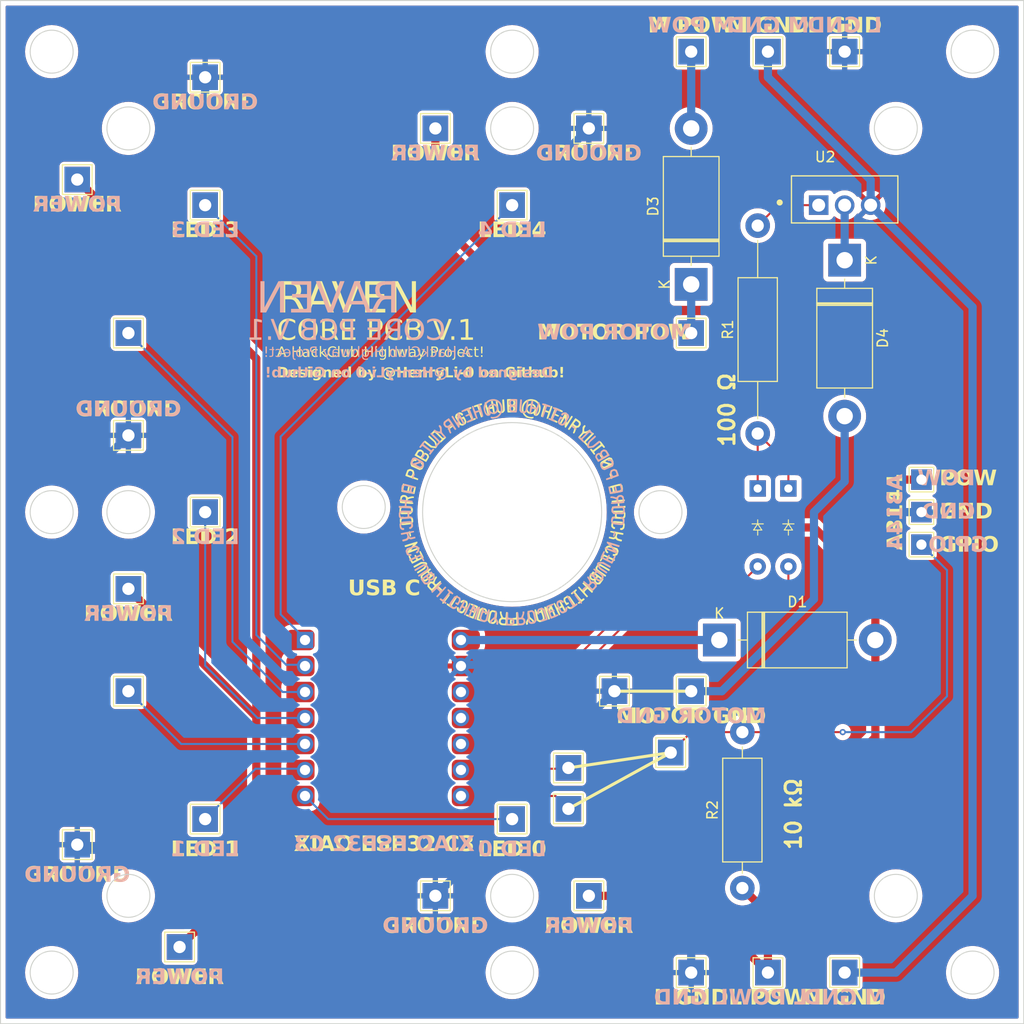
<source format=kicad_pcb>
(kicad_pcb (version 20240108) (generator "pcbnew") (generator_version "8.0")
  (layers (0 "F.Cu" signal) (31 "B.Cu" signal) (34 "B.Paste" user) (35 "F.Paste" user) (36 "B.SilkS" user "B.Silkscreen") (37 "F.SilkS" user "F.Silkscreen") (38 "B.Mask" user) (39 "F.Mask" user) (44 "Edge.Cuts" user))
  (net 0 "")
  (net 1 "Net-(D1-K)")
  (net 2 "A3114E POW")
  (net 3 "MOTOR+")
  (net 4 "MOTOR-")
  (net 5 "Net-(D4-K)")
  (net 6 "Net-(R1-Pad2)")
  (net 7 "Net-(D2-K)")
  (net 8 "A3144E GPIO")
  (net 9 "Net-(D2-A)")
  (net 10 "LED_0")
  (net 12 "LED_4")
  (net 13 "LED_BACKUP_1")
  (net 14 "LED_2")
  (net 15 "LED_3")
  (net 16 "LED_BACKUP_2")
  (net 17 "LED_1")
  (net 18 "M_5V")
  (net 19 "A3144E GND")
  (net 20 "M_GND")
  (net 21 "Net-(D5-A)")
  (footprint "TestPoint:TestPoint_THTPad_2.5x2.5mm_Drill1.2mm" (layer "F.Cu") (at 167.5 117.5)
    (property "Reference" "REF**" (hide yes))
    (property "Value" "TestPoint_THTPad_2.5x2.5mm_Drill1.2mm" (hide yes))
    (pad "0" thru_hole rect (at 0 0) (size 2.5 2.5) (drill 1.2) (layers "*.Cu" "*.Mask") (net 4 "MOTOR-"))
  )
  (footprint "TestPoint:TestPoint_THTPad_2.5x2.5mm_Drill1.2mm" (layer "F.Cu") (at 175 145)
    (property "Reference" "REF**" (hide yes))
    (property "Value" "TestPoint_THTPad_2.5x2.5mm_Drill1.2mm" (hide yes))
    (pad "0" thru_hole rect (at 0 0) (size 2.5 2.5) (drill 1.2) (layers "*.Cu" "*.Mask") (net 2 "A3114E POW"))
  )
  (footprint "TestPoint:TestPoint_THTPad_2.5x2.5mm_Drill1.2mm" (layer "F.Cu") (at 112.5 92.5)
    (property "Reference" "REF**" (hide yes))
    (property "Value" "TestPoint_THTPad_2.5x2.5mm_Drill1.2mm" (hide yes))
    (pad "1" thru_hole rect (at 0 0) (size 2.5 2.5) (drill 1.2) (layers "*.Cu" "*.Mask") (net 19 "A3144E GND"))
  )
  (footprint "TestPoint:TestPoint_THTPad_2.0x2.0mm_Drill1.0mm" (layer "F.Cu") (at 190 100)
    (property "Reference" "REF**" (hide yes))
    (property "Value" "TestPoint_THTPad_2.0x2.0mm_Drill1.0mm" (hide yes))
    (pad "3" thru_hole rect (at 0 0) (size 2 2) (drill 1) (layers "*.Cu" "*.Mask") (net 19 "A3144E GND"))
  )
  (footprint "TestPoint:TestPoint_THTPad_2.5x2.5mm_Drill1.2mm" (layer "F.Cu") (at 155.5 129 180)
    (property "Reference" "REF**" (hide yes))
    (property "Value" "TestPoint_THTPad_2.5x2.5mm_Drill1.2mm" (hide yes))
    (pad "4" thru_hole rect (at 0 0 180) (size 2.5 2.5) (drill 1.2) (layers "*.Cu" "*.Mask") (net 8 "A3144E GPIO"))
  )
  (footprint "TestPoint:TestPoint_THTPad_2.5x2.5mm_Drill1.2mm" (layer "F.Cu") (at 157.5 137.5)
    (property "Reference" "REF**" (hide yes))
    (property "Value" "TestPoint_THTPad_2.5x2.5mm_Drill1.2mm" (hide yes))
    (pad "1" thru_hole rect (at 0 0) (size 2.5 2.5) (drill 1.2) (layers "*.Cu" "*.Mask") (net 2 "A3114E POW"))
  )
  (footprint "TestPoint:TestPoint_THTPad_2.5x2.5mm_Drill1.2mm" (layer "F.Cu") (at 157.5 62.5)
    (property "Reference" "REF**" (hide yes))
    (property "Value" "TestPoint_THTPad_2.5x2.5mm_Drill1.2mm" (hide yes))
    (pad "1" thru_hole rect (at 0 0) (size 2.5 2.5) (drill 1.2) (layers "*.Cu" "*.Mask") (net 19 "A3144E GND"))
  )
  (footprint "TestPoint:TestPoint_THTPad_2.5x2.5mm_Drill1.2mm" (layer "F.Cu") (at 112.5 82.5)
    (property "Reference" "REF**" (hide yes))
    (property "Value" "TestPoint_THTPad_2.5x2.5mm_Drill1.2mm" (hide yes))
    (pad "1" thru_hole rect (at 0 0) (size 2.5 2.5) (drill 1.2) (layers "*.Cu" "*.Mask" "Eco2.User") (net 16 "LED_BACKUP_2"))
  )
  (footprint "TestPoint:TestPoint_THTPad_2.5x2.5mm_Drill1.2mm" (layer "F.Cu") (at 150 130)
    (property "Reference" "REF**" (hide yes))
    (property "Value" "TestPoint_THTPad_2.5x2.5mm_Drill1.2mm" (hide yes))
    (pad "1" thru_hole rect (at 0 0) (size 2.5 2.5) (drill 1.2) (layers "*.Cu" "*.Mask") (net 10 "LED_0"))
  )
  (footprint "TestPoint:TestPoint_THTPad_2.5x2.5mm_Drill1.2mm" (layer "F.Cu") (at 150 70)
    (property "Reference" "REF**" (hide yes))
    (property "Value" "TestPoint_THTPad_2.5x2.5mm_Drill1.2mm" (hide yes))
    (pad "1" thru_hole rect (at 0 0) (size 2.5 2.5) (drill 1.2) (layers "*.Cu" "*.Mask") (net 12 "LED_4"))
  )
  (footprint "LOGO" (layer "F.Cu") (at 150 100 45)
    (property "Reference" "G***" (hide yes))
    (property "Value" "LOGO" (hide yes))
  )
  (footprint "Resistor_THT:R_Axial_DIN0411_L9.9mm_D3.6mm_P15.24mm_Horizontal" (layer "F.Cu") (at 172.5 136.74 90)
    (property "Reference" "R2" (at 7.62 -2.92 90) (layer "F.SilkS"))
    (property "Value" "Resistor")
    (pad "1" thru_hole circle (at 0 0 90) (size 2.4 2.4) (drill 1.2) (layers "*.Cu" "*.Mask") (net 2 "A3114E POW"))
    (pad "2" thru_hole oval (at 15.24 0 90) (size 2.4 2.4) (drill 1.2) (layers "*.Cu" "*.Mask") (net 8 "A3144E GPIO"))
  )
  (footprint "TestPoint:TestPoint_THTPad_2.5x2.5mm_Drill1.2mm" (layer "F.Cu") (at 120 57.5)
    (property "Reference" "REF**" (hide yes))
    (property "Value" "TestPoint_THTPad_2.5x2.5mm_Drill1.2mm" (hide yes))
    (pad "1" thru_hole rect (at 0 0) (size 2.5 2.5) (drill 1.2) (layers "*.Cu" "*.Mask") (net 19 "A3144E GND"))
  )
  (footprint "TestPoint:TestPoint_THTPad_2.5x2.5mm_Drill1.2mm" (layer "F.Cu") (at 142.5 62.5)
    (property "Reference" "REF**" (hide yes))
    (property "Value" "TestPoint_THTPad_2.5x2.5mm_Drill1.2mm" (hide yes))
    (pad "1" thru_hole rect (at 0 0) (size 2.5 2.5) (drill 1.2) (layers "*.Cu" "*.Mask") (net 2 "A3114E POW"))
  )
  (footprint "TestPoint:TestPoint_THTPad_2.5x2.5mm_Drill1.2mm" (layer "F.Cu") (at 107.5 67.5)
    (property "Reference" "REF**" (hide yes))
    (property "Value" "TestPoint_THTPad_2.5x2.5mm_Drill1.2mm" (hide yes))
    (pad "1" thru_hole rect (at 0 0) (size 2.5 2.5) (drill 1.2) (layers "*.Cu" "*.Mask") (net 2 "A3114E POW"))
  )
  (footprint "TestPoint:TestPoint_THTPad_2.5x2.5mm_Drill1.2mm" (layer "F.Cu") (at 155.5 125 180)
    (property "Reference" "REF**" (hide yes))
    (property "Value" "TestPoint_THTPad_2.5x2.5mm_Drill1.2mm" (hide yes))
    (pad "4" thru_hole rect (at 0 0 180) (size 2.5 2.5) (drill 1.2) (layers "*.Cu" "*.Mask") (net 8 "A3144E GPIO"))
  )
  (footprint "TestPoint:TestPoint_THTPad_2.5x2.5mm_Drill1.2mm" (layer "F.Cu") (at 112.5 117.5)
    (property "Reference" "REF**" (hide yes))
    (property "Value" "TestPoint_THTPad_2.5x2.5mm_Drill1.2mm" (hide yes))
    (pad "1" thru_hole rect (at 0 0) (size 2.5 2.5) (drill 1.2) (layers "*.Cu" "*.Mask" "Eco2.User") (net 13 "LED_BACKUP_1"))
  )
  (footprint "TestPoint:TestPoint_THTPad_2.5x2.5mm_Drill1.2mm" (layer "F.Cu") (at 160 117.5)
    (property "Reference" "REF**" (hide yes))
    (property "Value" "TestPoint_THTPad_2.5x2.5mm_Drill1.2mm" (hide yes))
    (pad "0" thru_hole rect (at 0 0) (size 2.5 2.5) (drill 1.2) (layers "*.Cu" "*.Mask") (net 19 "A3144E GND"))
  )
  (footprint "TestPoint:TestPoint_THTPad_2.5x2.5mm_Drill1.2mm" (layer "F.Cu") (at 120 130)
    (property "Reference" "REF**" (hide yes))
    (property "Value" "TestPoint_THTPad_2.5x2.5mm_Drill1.2mm" (hide yes))
    (pad "1" thru_hole rect (at 0 0) (size 2.5 2.5) (drill 1.2) (layers "*.Cu" "*.Mask") (net 17 "LED_1"))
  )
  (footprint "Resistor_THT:R_Axial_DIN0411_L9.9mm_D3.6mm_P20.32mm_Horizontal" (layer "F.Cu") (at 174 92.32 90)
    (property "Reference" "R1" (at 10.16 -2.92 90) (layer "F.SilkS"))
    (property "Value" "Resistor")
    (pad "1" thru_hole circle (at 0 0 90) (size 2.4 2.4) (drill 1.2) (layers "*.Cu" "*.Mask") (net 7 "Net-(D2-K)"))
    (pad "2" thru_hole oval (at 20.32 0 90) (size 2.4 2.4) (drill 1.2) (layers "*.Cu" "*.Mask") (net 6 "Net-(R1-Pad2)"))
  )
  (footprint "TestPoint:TestPoint_THTPad_2.5x2.5mm_Drill1.2mm" (layer "F.Cu") (at 165.5 123.5 180)
    (property "Reference" "REF**" (hide yes))
    (property "Value" "TestPoint_THTPad_2.5x2.5mm_Drill1.2mm" (hide yes))
    (pad "4" thru_hole rect (at 0 0 180) (size 2.5 2.5) (drill 1.2) (layers "*.Cu" "*.Mask") (net 8 "A3144E GPIO"))
  )
  (footprint "TestPoint:TestPoint_THTPad_2.5x2.5mm_Drill1.2mm" (layer "F.Cu") (at 167.5 145)
    (property "Reference" "REF**" (hide yes))
    (property "Value" "TestPoint_THTPad_2.5x2.5mm_Drill1.2mm" (hide yes))
    (pad "0" thru_hole rect (at 0 0) (size 2.5 2.5) (drill 1.2) (layers "*.Cu" "*.Mask") (net 19 "A3144E GND"))
  )
  (footprint "TestPoint:TestPoint_THTPad_2.5x2.5mm_Drill1.2mm" (layer "F.Cu") (at 120 100)
    (property "Reference" "REF**" (hide yes))
    (property "Value" "TestPoint_THTPad_2.5x2.5mm_Drill1.2mm" (hide yes))
    (pad "1" thru_hole rect (at 0 0) (size 2.5 2.5) (drill 1.2) (layers "*.Cu" "*.Mask") (net 14 "LED_2"))
  )
  (footprint "TestPoint:TestPoint_THTPad_2.5x2.5mm_Drill1.2mm" (layer "F.Cu") (at 175 55)
    (property "Reference" "REF**" (hide yes))
    (property "Value" "TestPoint_THTPad_2.5x2.5mm_Drill1.2mm" (hide yes))
    (pad "0" thru_hole rect (at 0 0) (size 2.5 2.5) (drill 1.2) (layers "*.Cu" "*.Mask") (net 20 "M_GND"))
  )
  (footprint "Diode_THT:D_DO-201AD_P15.24mm_Horizontal" (layer "F.Cu") (at 170.25 112.5)
    (property "Reference" "D1" (at 7.62 -3.72 0) (layer "F.SilkS"))
    (property "Value" "1N5822")
    (fp_text user "K" (at 0 -2.6 0) (layer "F.SilkS"))
    (pad "1" thru_hole rect (at 0 0) (size 3.2 3.2) (drill 1.6) (layers "*.Cu" "*.Mask") (net 1 "Net-(D1-K)"))
    (pad "2" thru_hole oval (at 15.24 0) (size 3.2 3.2) (drill 1.6) (layers "*.Cu" "*.Mask") (net 2 "A3114E POW"))
  )
  (footprint "TestPoint:TestPoint_THTPad_2.5x2.5mm_Drill1.2mm" (layer "F.Cu") (at 112.5 107.5)
    (property "Reference" "REF**" (hide yes))
    (property "Value" "TestPoint_THTPad_2.5x2.5mm_Drill1.2mm" (hide yes))
    (pad "1" thru_hole rect (at 0 0) (size 2.5 2.5) (drill 1.2) (layers "*.Cu" "*.Mask") (net 2 "A3114E POW"))
  )
  (footprint "TestPoint:TestPoint_THTPad_2.0x2.0mm_Drill1.0mm" (layer "F.Cu") (at 190 103.175)
    (property "Reference" "REF**" (hide yes))
    (property "Value" "TestPoint_THTPad_2.0x2.0mm_Drill1.0mm" (hide yes))
    (pad "3" thru_hole rect (at 0 0) (size 2 2) (drill 1) (layers "*.Cu" "*.Mask") (net 8 "A3144E GPIO"))
  )
  (footprint "TestPoint:TestPoint_THTPad_2.0x2.0mm_Drill1.0mm" (layer "F.Cu") (at 190 96.825)
    (property "Reference" "REF**" (hide yes))
    (property "Value" "TestPoint_THTPad_2.0x2.0mm_Drill1.0mm" (hide yes))
    (pad "3" thru_hole rect (at 0 0) (size 2 2) (drill 1) (layers "*.Cu" "*.Mask") (net 2 "A3114E POW"))
  )
  (footprint "TestPoint:TestPoint_THTPad_2.5x2.5mm_Drill1.2mm" (layer "F.Cu") (at 107.5 132.5)
    (property "Reference" "REF**" (hide yes))
    (property "Value" "TestPoint_THTPad_2.5x2.5mm_Drill1.2mm" (hide yes))
    (pad "1" thru_hole rect (at 0 0) (size 2.5 2.5) (drill 1.2) (layers "*.Cu" "*.Mask") (net 19 "A3144E GND"))
  )
  (footprint "Diode_THT:D_DO-201AD_P15.24mm_Horizontal" (layer "F.Cu") (at 167.5 77.74 90)
    (property "Reference" "D3" (at 7.62 -3.72 90) (layer "F.SilkS"))
    (property "Value" "1N5822")
    (fp_text user "K" (at 0 -2.6 90) (layer "F.SilkS"))
    (pad "1" thru_hole rect (at 0 0 90) (size 3.2 3.2) (drill 1.6) (layers "*.Cu" "*.Mask") (net 3 "MOTOR+"))
    (pad "2" thru_hole oval (at 15.24 0 90) (size 3.2 3.2) (drill 1.6) (layers "*.Cu" "*.Mask") (net 18 "M_5V"))
  )
  (footprint "TestPoint:TestPoint_THTPad_2.5x2.5mm_Drill1.2mm" (layer "F.Cu") (at 142.5 137.5)
    (property "Reference" "REF**" (hide yes))
    (property "Value" "TestPoint_THTPad_2.5x2.5mm_Drill1.2mm" (hide yes))
    (pad "1" thru_hole rect (at 0 0) (size 2.5 2.5) (drill 1.2) (layers "*.Cu" "*.Mask") (net 19 "A3144E GND"))
  )
  (footprint "ScottoKeebs_MCU:Seeed_XIAO_RP2040" (layer "F.Cu") (at 137.38 120.12)
    (property "Reference" "U1" (hide yes))
    (property "Value" "MCU_Seeed_XIAO_ESP32-C3")
    (pad "1" smd roundrect (at -8.065 -7.62) (size 2.75 2) (layers "F.Cu" "F.Paste" "F.Mask") (net 12 "LED_4"))
    (pad "1" thru_hole rect (at -7.62 -7.62 90) (size 1.6 1.6) (drill 1) (layers "*.Cu" "*.Mask") (net 12 "LED_4"))
    (pad "2" smd roundrect (at -8.065 -5.08) (size 2.75 2) (layers "F.Cu" "F.Paste" "F.Mask") (net 15 "LED_3"))
    (pad "2" thru_hole circle (at -7.62 -5.08 90) (size 1.6 1.6) (drill 1) (layers "*.Cu" "*.Mask") (net 15 "LED_3"))
    (pad "3" smd roundrect (at -8.065 -2.54) (size 2.75 2) (layers "F.Cu" "F.Paste" "F.Mask") (net 16 "LED_BACKUP_2"))
    (pad "3" thru_hole circle (at -7.62 -2.54 90) (size 1.6 1.6) (drill 1) (layers "*.Cu" "*.Mask") (net 16 "LED_BACKUP_2"))
    (pad "4" smd roundrect (at -8.065 0) (size 2.75 2) (layers "F.Cu" "F.Paste" "F.Mask") (net 14 "LED_2"))
    (pad "4" thru_hole circle (at -7.62 0 90) (size 1.6 1.6) (drill 1) (layers "*.Cu" "*.Mask") (net 14 "LED_2"))
    (pad "5" smd roundrect (at -8.065 2.54) (size 2.75 2) (layers "F.Cu" "F.Paste" "F.Mask") (net 13 "LED_BACKUP_1"))
    (pad "5" thru_hole circle (at -7.62 2.54 90) (size 1.6 1.6) (drill 1) (layers "*.Cu" "*.Mask") (net 13 "LED_BACKUP_1"))
    (pad "6" smd roundrect (at -8.065 5.08) (size 2.75 2) (layers "F.Cu" "F.Paste" "F.Mask") (net 17 "LED_1"))
    (pad "6" thru_hole circle (at -7.62 5.08 90) (size 1.6 1.6) (drill 1) (layers "*.Cu" "*.Mask") (net 17 "LED_1"))
    (pad "7" smd roundrect (at -8.065 7.62) (size 2.75 2) (layers "F.Cu" "F.Paste" "F.Mask") (net 10 "LED_0"))
    (pad "7" thru_hole circle (at -7.62 7.62 90) (size 1.6 1.6) (drill 1) (layers "*.Cu" "*.Mask") (net 10 "LED_0"))
    (pad "8" thru_hole circle (at 7.62 7.62 90) (size 1.6 1.6) (drill 1) (layers "*.Cu" "*.Mask") (net 8 "A3144E GPIO"))
    (pad "8" smd roundrect (at 8.1 7.62) (size 2.75 2) (layers "F.Cu" "F.Paste" "F.Mask") (net 8 "A3144E GPIO"))
    (pad "9" thru_hole circle (at 7.62 5.08 90) (size 1.6 1.6) (drill 1) (layers "*.Cu" "*.Mask") (net 8 "A3144E GPIO"))
    (pad "9" smd roundrect (at 8.1 5.08) (size 2.75 2) (layers "F.Cu" "F.Paste" "F.Mask") (net 8 "A3144E GPIO"))
    (pad "10" thru_hole circle (at 7.62 2.54 90) (size 1.6 1.6) (drill 1) (layers "*.Cu" "*.Mask") (net 9 "Net-(D2-A)"))
    (pad "10" smd roundrect (at 8.1 2.54) (size 2.75 2) (layers "F.Cu" "F.Paste" "F.Mask") (net 9 "Net-(D2-A)"))
    (pad "11" thru_hole circle (at 7.62 0 90) (size 1.6 1.6) (drill 1) (layers "*.Cu" "*.Mask") (net 21 "Net-(D5-A)"))
    (pad "11" smd roundrect (at 8.1 0) (size 2.75 2) (layers "F.Cu" "F.Paste" "F.Mask") (net 21 "Net-(D5-A)"))
    (pad "12" thru_hole circle (at 7.62 -2.54 90) (size 1.6 1.6) (drill 1) (layers "*.Cu" "*.Mask"))
    (pad "12" smd roundrect (at 8.1 -2.54) (size 2.75 2) (layers "F.Cu" "F.Paste" "F.Mask"))
    (pad "13" thru_hole circle (at 7.62 -5.08 90) (size 1.6 1.6) (drill 1) (layers "*.Cu" "*.Mask") (net 19 "A3144E GND"))
    (pad "13" smd roundrect (at 8.1 -5.08) (size 2.75 2) (layers "F.Cu" "F.Paste" "F.Mask") (net 19 "A3144E GND"))
    (pad "14" thru_hole circle (at 7.62 -7.62 90) (size 1.6 1.6) (drill 1) (layers "*.Cu" "*.Mask") (net 1 "Net-(D1-K)"))
    (pad "14" smd roundrect (at 8.1 -7.62) (size 2.75 2) (layers "F.Cu" "F.Paste" "F.Mask") (net 1 "Net-(D1-K)"))
  )
  (footprint "TestPoint:TestPoint_THTPad_2.5x2.5mm_Drill1.2mm" (layer "F.Cu") (at 182.5 145 180)
    (property "Reference" "REF**" (hide yes))
    (property "Value" "TestPoint_THTPad_2.5x2.5mm_Drill1.2mm" (hide yes))
    (pad "0" thru_hole rect (at 0 0 180) (size 2.5 2.5) (drill 1.2) (layers "*.Cu" "*.Mask") (net 20 "M_GND"))
  )
  (footprint "TestPoint:TestPoint_THTPad_2.5x2.5mm_Drill1.2mm" (layer "F.Cu") (at 167.5 82.5)
    (property "Reference" "REF**" (hide yes))
    (property "Value" "TestPoint_THTPad_2.5x2.5mm_Drill1.2mm" (hide yes))
    (pad "0" thru_hole rect (at 0 0) (size 2.5 2.5) (drill 1.2) (layers "*.Cu" "*.Mask") (net 3 "MOTOR+"))
  )
  (footprint "Diode_THT:D_DO-201AD_P15.24mm_Horizontal" (layer "F.Cu") (at 182.5 75.38 -90)
    (property "Reference" "D4" (at 7.62 -3.72 90) (layer "F.SilkS"))
    (property "Value" "1N5822")
    (fp_text user "K" (at 0 -2.6 90) (layer "F.SilkS"))
    (pad "1" thru_hole rect (at 0 0 270) (size 3.2 3.2) (drill 1.6) (layers "*.Cu" "*.Mask") (net 5 "Net-(D4-K)"))
    (pad "2" thru_hole oval (at 15.24 0 270) (size 3.2 3.2) (drill 1.6) (layers "*.Cu" "*.Mask") (net 4 "MOTOR-"))
  )
  (footprint "ScottoKeebs_Components:Diode_DO-35" (layer "F.Cu") (at 174 97.69 -90)
    (property "Reference" "D5" (hide yes))
    (property "Value" "Diode" (hide yes))
    (pad "1" thru_hole rect (at 0 0 270) (size 1.6 1.6) (drill 0.8) (layers "*.Cu" "*.Mask") (net 7 "Net-(D2-K)"))
    (pad "2" thru_hole oval (at 7.62 0 270) (size 1.6 1.6) (drill 0.8) (layers "*.Cu" "*.Mask") (net 21 "Net-(D5-A)"))
  )
  (footprint "TestPoint:TestPoint_THTPad_2.5x2.5mm_Drill1.2mm" (layer "F.Cu") (at 167.5 55)
    (property "Reference" "REF**" (hide yes))
    (property "Value" "TestPoint_THTPad_2.5x2.5mm_Drill1.2mm" (hide yes))
    (pad "0" thru_hole rect (at 0 0) (size 2.5 2.5) (drill 1.2) (layers "*.Cu" "*.Mask") (net 18 "M_5V"))
  )
  (footprint "TestPoint:TestPoint_THTPad_2.5x2.5mm_Drill1.2mm" (layer "F.Cu") (at 117.5 142.5)
    (property "Reference" "REF**" (hide yes))
    (property "Value" "TestPoint_THTPad_2.5x2.5mm_Drill1.2mm" (hide yes))
    (pad "1" thru_hole rect (at 0 0) (size 2.5 2.5) (drill 1.2) (layers "*.Cu" "*.Mask") (net 2 "A3114E POW"))
  )
  (footprint "ScottoKeebs_Components:Diode_DO-35" (layer "F.Cu") (at 177 97.690001 -90)
    (property "Reference" "D2" (hide yes))
    (property "Value" "Diode" (hide yes))
    (pad "1" thru_hole rect (at 0 0 270) (size 1.6 1.6) (drill 0.8) (layers "*.Cu" "*.Mask") (net 7 "Net-(D2-K)"))
    (pad "2" thru_hole oval (at 7.62 0 270) (size 1.6 1.6) (drill 0.8) (layers "*.Cu" "*.Mask") (net 9 "Net-(D2-A)"))
  )
  (footprint "STP55NF06L:TO254P1040X460X1935-3" (layer "F.Cu") (at 179.96 70)
    (property "Reference" "U2" (at 0.63143 -4.71072 0) (layer "F.SilkS"))
    (property "Value" "STP55NF06L")
    (pad "1" thru_hole rect (at 0 0) (size 1.91 1.91) (drill 1.27) (layers "*.Cu" "*.Mask") (net 6 "Net-(R1-Pad2)"))
    (pad "2" thru_hole circle (at 2.54 0) (size 1.91 1.91) (drill 1.27) (layers "*.Cu" "*.Mask") (net 5 "Net-(D4-K)"))
    (pad "3" thru_hole circle (at 5.08 0) (size 1.91 1.91) (drill 1.27) (layers "*.Cu" "*.Mask") (net 19 "A3144E GND"))
  )
  (footprint "TestPoint:TestPoint_THTPad_2.5x2.5mm_Drill1.2mm" (layer "F.Cu") (at 120 70)
    (property "Reference" "REF**" (hide yes))
    (property "Value" "TestPoint_THTPad_2.5x2.5mm_Drill1.2mm" (hide yes))
    (pad "1" thru_hole rect (at 0 0) (size 2.5 2.5) (drill 1.2) (layers "*.Cu" "*.Mask") (net 15 "LED_3"))
  )
  (footprint "TestPoint:TestPoint_THTPad_2.5x2.5mm_Drill1.2mm" (layer "F.Cu") (at 182.5 55)
    (property "Reference" "REF**" (hide yes))
    (property "Value" "TestPoint_THTPad_2.5x2.5mm_Drill1.2mm" (hide yes))
    (pad "0" thru_hole rect (at 0 0) (size 2.5 2.5) (drill 1.2) (layers "*.Cu" "*.Mask") (net 19 "A3144E GND"))
  )
  (footprint "LOGO" (layer "B.Cu") (at 150 100 135)
    (property "Reference" "G***" (hide yes))
    (property "Value" "LOGO" (hide yes))
  )
  (gr_line (start 155.5 129) (end 165.5 123.5) (stroke (width 0.3)) (layer "F.SilkS"))
  (gr_line (start 160 117.5) (end 167.5 117.5) (stroke (width 0.3)) (layer "F.SilkS"))
  (gr_line (start 165.5 123.5) (end 155.5 125) (stroke (width 0.3)) (layer "F.SilkS"))
  (gr_circle (center 187.5 62.5) (end 185.4 62.5) (stroke (width 0.1)) (fill none) (layer "Edge.Cuts"))
  (gr_circle (center 195 55) (end 192.9 55) (stroke (width 0.1)) (fill none) (layer "Edge.Cuts"))
  (gr_circle (center 150 55) (end 152.1 55) (stroke (width 0.1)) (fill none) (layer "Edge.Cuts"))
  (gr_circle (center 135.5 99.5) (end 137.6 99.5) (stroke (width 0.1)) (fill none) (layer "Edge.Cuts"))
  (gr_circle (center 187.5 137.5) (end 187.5 135.4) (stroke (width 0.1)) (fill none) (layer "Edge.Cuts"))
  (gr_circle (center 112.5 100) (end 114.6 100) (stroke (width 0.1)) (fill none) (layer "Edge.Cuts"))
  (gr_circle (center 150 137.5) (end 152.1 137.5) (stroke (width 0.1)) (fill none) (layer "Edge.Cuts"))
  (gr_circle (center 150 145) (end 152.1 145) (stroke (width 0.1)) (fill none) (layer "Edge.Cuts"))
  (gr_circle (center 112.5 137.5) (end 114.6 137.5) (stroke (width 0.1)) (fill none) (layer "Edge.Cuts"))
  (gr_circle (center 150 62.5) (end 152.1 62.5) (stroke (width 0.1)) (fill none) (layer "Edge.Cuts"))
  (gr_rect (start 100 50) (end 200 150) (stroke (width 0.1)) (fill none) (layer "Edge.Cuts"))
  (gr_circle (center 105 145) (end 107.1 145) (stroke (width 0.1)) (fill none) (layer "Edge.Cuts"))
  (gr_circle (center 112.5 62.5) (end 114.6 62.5) (stroke (width 0.1)) (fill none) (layer "Edge.Cuts"))
  (gr_circle (center 150 100) (end 158.75 100) (stroke (width 0.1)) (fill none) (layer "Edge.Cuts"))
  (gr_circle (center 105 100) (end 107.1 100) (stroke (width 0.1)) (fill none) (layer "Edge.Cuts"))
  (gr_circle (center 164.5 100) (end 166.6 100) (stroke (width 0.1)) (fill none) (layer "Edge.Cuts"))
  (gr_circle (center 105 55) (end 107.1 55) (stroke (width 0.1)) (fill none) (layer "Edge.Cuts"))
  (gr_circle (center 195 145) (end 195 142.9) (stroke (width 0.1)) (fill none) (layer "Edge.Cuts"))
  (gr_text "LED 1" (at 120 133 -0) (layer "B.SilkS") (effects (font (size 1.5 1.5) (thickness 0.3) (bold yes)) (justify mirror)))
  (gr_text "POWER" (at 112.5 110 -0) (layer "B.SilkS") (effects (font (size 1.5 1.5) (thickness 0.3) (bold yes)) (justify mirror)))
  (gr_text "POW" (at 195.25 96.75 -0) (layer "B.SilkS") (effects (font (size 1.5 1.5) (thickness 0.3) (bold yes)) (justify left mirror)))
  (gr_text "POWER" (at 142.5 65 -0) (layer "B.SilkS") (effects (font (size 1.5 1.5) (thickness 0.3) (bold yes)) (justify mirror)))
  (gr_text "L GND" (at 182.5 52.5 -0) (layer "B.SilkS") (effects (font (size 1.5 1.5) (thickness 0.3) (bold yes)) (justify mirror)))
  (gr_text "RAVEN" (at 139 81 -0) (layer "B.SilkS") (effects (font (size 3 3) (thickness 0.1)) (justify left bottom mirror)))
  (gr_text "GROUND" (at 112.5 90 -0) (layer "B.SilkS") (effects (font (size 1.5 1.5) (thickness 0.3) (bold yes)) (justify mirror)))
  (gr_text "CORE PCB V.1" (at 143.5 83.5 -0) (layer "B.SilkS") (effects (font (size 2 2) (thickness 0.1)) (justify left bottom mirror)))
  (gr_text "M POW" (at 167.5 52.5 -0) (layer "B.SilkS") (effects (font (size 1.5 1.5) (thickness 0.3) (bold yes)) (justify mirror)))
  (gr_text "GPIO" (at 196.5 103.25 -0) (layer "B.SilkS") (effects (font (size 1.5 1.5) (thickness 0.3) (bold yes)) (justify left mirror)))
  (gr_text "GROUND" (at 157.5 65 -0) (layer "B.SilkS") (effects (font (size 1.5 1.5) (thickness 0.3) (bold yes)) (justify mirror)))
  (gr_text "MOTOR POW" (at 160 82.5 -0) (layer "B.SilkS") (effects (font (size 1.5 1.5) (thickness 0.3) (bold yes)) (justify mirror)))
  (gr_text "XIAO ESP32 C3" (at 137.5 132.5 -0) (layer "B.SilkS") (effects (font (size 1.5 1.5) (thickness 0.3) (bold yes)) (justify mirror)))
  (gr_text "M GND" (at 175 52.5 -0) (layer "B.SilkS") (effects (font (size 1.5 1.5) (thickness 0.3) (bold yes)) (justify mirror)))
  (gr_text "POWER" (at 117.5 145.5 -0) (layer "B.SilkS") (effects (font (size 1.5 1.5) (thickness 0.3) (bold yes)) (justify mirror)))
  (gr_text "LED 4" (at 150 72.5 -0) (layer "B.SilkS") (effects (font (size 1.5 1.5) (thickness 0.3) (bold yes)) (justify mirror)))
  (gr_text "Designed by @HenryLi-0 on Github!" (at 154 87 -0) (layer "B.SilkS") (effects (font (size 1 1) (thickness 0.2) (bold yes)) (justify left bottom mirror)))
  (gr_text "LED 3" (at 120 72.5 -0) (layer "B.SilkS") (effects (font (size 1.5 1.5) (thickness 0.3) (bold yes)) (justify mirror)))
  (gr_text "GROUND" (at 120 60 -0) (layer "B.SilkS") (effects (font (size 1.5 1.5) (thickness 0.3) (bold yes)) (justify mirror)))
  (gr_text "A3144" (at 187.5 100 90) (layer "B.SilkS") (effects (font (size 1.5 1.5) (thickness 0.3) (bold yes)) (justify mirror)))
  (gr_text "POWER" (at 107.5 70 -0) (layer "B.SilkS") (effects (font (size 1.5 1.5) (thickness 0.3) (bold yes)) (justify mirror)))
  (gr_text "LED 0" (at 150 133 -0) (layer "B.SilkS") (effects (font (size 1.5 1.5) (thickness 0.3) (bold yes)) (justify mirror)))
  (gr_text "GROUND" (at 142.5 140.5 -0) (layer "B.SilkS") (effects (font (size 1.5 1.5) (thickness 0.3) (bold yes)) (justify mirror)))
  (gr_text "GND" (at 195.25 100 -0) (layer "B.SilkS") (effects (font (size 1.5 1.5) (thickness 0.3) (bold yes)) (justify left mirror)))
  (gr_text "POWER" (at 157.5 140.5 -0) (layer "B.SilkS") (effects (font (size 1.5 1.5) (thickness 0.3) (bold yes)) (justify mirror)))
  (gr_text "A HackClub Highway Project!" (at 146 85 -0) (layer "B.SilkS") (effects (font (size 1 1) (thickness 0.1)) (justify left bottom mirror)))
  (gr_text "MOTOR GND" (at 167.5 120 -0) (layer "B.SilkS") (effects (font (size 1.5 1.5) (thickness 0.3) (bold yes)) (justify mirror)))
  (gr_text "M GND" (at 182.5 147.5 -0) (layer "B.SilkS") (effects (font (size 1.5 1.5) (thickness 0.3) (bold yes)) (justify mirror)))
  (gr_text "GROUND" (at 107.5 135.5 -0) (layer "B.SilkS") (effects (font (size 1.5 1.5) (thickness 0.3) (bold yes)) (justify mirror)))
  (gr_text "LED 2" (at 120 102.5 -0) (layer "B.SilkS") (effects (font (size 1.5 1.5) (thickness 0.3) (bold yes)) (justify mirror)))
  (gr_text "L POW" (at 175 147.5 -0) (layer "B.SilkS") (effects (font (size 1.5 1.5) (thickness 0.3) (bold yes)) (justify mirror)))
  (gr_text "L GND" (at 167.5 147.5 -0) (layer "B.SilkS") (effects (font (size 1.5 1.5) (thickness 0.3) (bold yes)) (justify mirror)))
  (gr_text "GROUND" (at 107.5 135.5 0) (layer "F.SilkS") (effects (font (size 1.5 1.5) (thickness 0.3) (bold yes))))
  (gr_text "LED 2" (at 120 102.5 0) (layer "F.SilkS") (effects (font (size 1.5 1.5) (thickness 0.3) (bold yes))))
  (gr_text "A HackClub Highway Project!" (at 127 85 0) (layer "F.SilkS") (effects (font (size 1 1) (thickness 0.1)) (justify left bottom)))
  (gr_text "100 Ω" (at 171 90 90) (layer "F.SilkS") (effects (font (size 1.5 1.5) (thickness 0.3) (bold yes))))
  (gr_text "GROUND" (at 120 60 0) (layer "F.SilkS") (effects (font (size 1.5 1.5) (thickness 0.3) (bold yes))))
  (gr_text "XIAO ESP32 C3" (at 137.5 132.5 0) (layer "F.SilkS") (effects (font (size 1.5 1.5) (thickness 0.3) (bold yes))))
  (gr_text "LED 0" (at 150 133 0) (layer "F.SilkS") (effects (font (size 1.5 1.5) (thickness 0.3) (bold yes))))
  (gr_text "GROUND" (at 112.5 90 0) (layer "F.SilkS") (effects (font (size 1.5 1.5) (thickness 0.3) (bold yes))))
  (gr_text "MOTOR POW" (at 160 82.5 0) (layer "F.SilkS") (effects (font (size 1.5 1.5) (thickness 0.3) (bold yes))))
  (gr_text "LED 1" (at 120 133 0) (layer "F.SilkS") (effects (font (size 1.5 1.5) (thickness 0.3) (bold yes))))
  (gr_text "L GND" (at 182.5 52.5 0) (layer "F.SilkS") (effects (font (size 1.5 1.5) (thickness 0.3) (bold yes))))
  (gr_text "LED 3" (at 120 72.5 0) (layer "F.SilkS") (effects (font (size 1.5 1.5) (thickness 0.3) (bold yes))))
  (gr_text "POWER" (at 157.5 140.5 0) (layer "F.SilkS") (effects (font (size 1.5 1.5) (thickness 0.3) (bold yes))))
  (gr_text "A3144" (at 187.5 100 90) (layer "F.SilkS") (effects (font (size 1.5 1.5) (thickness 0.3) (bold yes))))
  (gr_text "Designed by @HenryLi-0 on Github!" (at 127 87 0) (layer "F.SilkS") (effects (font (size 1 1) (thickness 0.2) (bold yes)) (justify left bottom)))
  (gr_text "GROUND" (at 142.5 140.5 0) (layer "F.SilkS") (effects (font (size 1.5 1.5) (thickness 0.3) (bold yes))))
  (gr_text "GND" (at 191.75 100 0) (layer "F.SilkS") (effects (font (size 1.5 1.5) (thickness 0.3) (bold yes)) (justify left)))
  (gr_text "CORE PCB V.1" (at 127 83.5 0) (layer "F.SilkS") (effects (font (size 2 2) (thickness 0.1)) (justify left bottom)))
  (gr_text "L GND" (at 167.5 147.5 0) (layer "F.SilkS") (effects (font (size 1.5 1.5) (thickness 0.3) (bold yes))))
  (gr_text "RAVEN" (at 127 81 0) (layer "F.SilkS") (effects (font (size 3 3) (thickness 0.1)) (justify left bottom)))
  (gr_text "10 kΩ" (at 177.5 129.5 90) (layer "F.SilkS") (effects (font (size 1.5 1.5) (thickness 0.3) (bold yes))))
  (gr_text "GROUND" (at 157.5 65 0) (layer "F.SilkS") (effects (font (size 1.5 1.5) (thickness 0.3) (bold yes))))
  (gr_text "POWER" (at 117.5 145.5 0) (layer "F.SilkS") (effects (font (size 1.5 1.5) (thickness 0.3) (bold yes))))
  (gr_text "M POW" (at 167.5 52.5 0) (layer "F.SilkS") (effects (font (size 1.5 1.5) (thickness 0.3) (bold yes))))
  (gr_text "L POW" (at 175 147.5 0) (layer "F.SilkS") (effects (font (size 1.5 1.5) (thickness 0.3) (bold yes))))
  (gr_text "POWER" (at 142.5 65 0) (layer "F.SilkS") (effects (font (size 1.5 1.5) (thickness 0.3) (bold yes))))
  (gr_text "MOTOR GND" (at 167.5 120 0) (layer "F.SilkS") (effects (font (size 1.5 1.5) (thickness 0.3) (bold yes))))
  (gr_text "USB C" (at 137.5 107.5 0) (layer "F.SilkS") (effects (font (size 1.5 1.5) (thickness 0.3) (bold yes))))
  (gr_text "GPIO" (at 191.75 103.25 0) (layer "F.SilkS") (effects (font (size 1.5 1.5) (thickness 0.3) (bold yes)) (justify left)))
  (gr_text "POWER" (at 107.5 70 0) (layer "F.SilkS") (effects (font (size 1.5 1.5) (thickness 0.3) (bold yes))))
  (gr_text "M GND" (at 175 52.5 0) (layer "F.SilkS") (effects (font (size 1.5 1.5) (thickness 0.3) (bold yes))))
  (gr_text "LED 4" (at 150 72.5 0) (layer "F.SilkS") (effects (font (size 1.5 1.5) (thickness 0.3) (bold yes))))
  (gr_text "M GND" (at 182.5 147.5 0) (layer "F.SilkS") (effects (font (size 1.5 1.5) (thickness 0.3) (bold yes))))
  (gr_text "POW" (at 191.75 96.75 0) (layer "F.SilkS") (effects (font (size 1.5 1.5) (thickness 0.3) (bold yes)) (justify left)))
  (gr_text "POWER" (at 112.5 110 0) (layer "F.SilkS") (effects (font (size 1.5 1.5) (thickness 0.3) (bold yes))))
  (segment (start 145.36 112.5) (end 145 112.5) (width 0.8) (layer "B.Cu") (net 1))
  (segment (start 145.48 112.38) (end 145.36 112.5) (width 0.8) (layer "B.Cu") (net 1))
  (segment (start 145 112.5) (end 170.25 112.5) (width 0.8) (layer "B.Cu") (net 1))
  (segment (start 130 141) (end 125 136) (width 0.8) (layer "F.Cu") (net 2))
  (segment (start 175 140.5) (end 175 145) (width 0.8) (layer "F.Cu") (net 2))
  (segment (start 175 139.24) (end 172.5 136.74) (width 0.8) (layer "F.Cu") (net 2))
  (segment (start 125 85) (end 120 80) (width 0.8) (layer "F.Cu") (net 2))
  (segment (start 185.5 107.5) (end 179.5 101.5) (width 0.8) (layer "F.Cu") (net 2))
  (segment (start 119 141) (end 117.5 142.5) (width 0.8) (layer "F.Cu") (net 2))
  (segment (start 190 96.825) (end 186.675 96.825) (width 0.8) (layer "F.Cu") (net 2))
  (segment (start 175 145) (end 170 140) (width 0.8) (layer "F.Cu") (net 2))
  (segment (start 130 141) (end 119 141) (width 0.8) (layer "F.Cu") (net 2))
  (segment (start 186.675 96.825) (end 185.5 98) (width 0.8) (layer "F.Cu") (net 2))
  (segment (start 125 136) (end 125 120) (width 0.8) (layer "F.Cu") (net 2))
  (segment (start 120 80) (end 107.5 67.5) (width 0.8) (layer "F.Cu") (net 2))
  (segment (start 175 132.5) (end 175 139.24) (width 0.8) (layer "F.Cu") (net 2))
  (segment (start 171 141) (end 130 141) (width 0.8) (layer "F.Cu") (net 2))
  (segment (start 125 120) (end 112.5 107.5) (width 0.8) (layer "F.Cu") (net 2))
  (segment (start 125 120) (end 125 85) (width 0.8) (layer "F.Cu") (net 2))
  (segment (start 185.5 98) (end 185.5 122) (width 0.8) (layer "F.Cu") (net 2))
  (segment (start 142.5 71.25) (end 142.5 62.5) (width 0.8) (layer "F.Cu") (net 2))
  (segment (start 172.75 101.5) (end 142.5 71.25) (width 0.8) (layer "F.Cu") (net 2))
  (segment (start 167.5 137.5) (end 157.5 137.5) (width 0.8) (layer "F.Cu") (net 2))
  (segment (start 179.5 101.5) (end 172.75 101.5) (width 0.8) (layer "F.Cu") (net 2))
  (segment (start 170 140) (end 167.5 137.5) (width 0.8) (layer "F.Cu") (net 2))
  (segment (start 185.5 122) (end 175 132.5) (width 0.8) (layer "F.Cu") (net 2))
  (segment (start 175 140.5) (end 175 139.24) (width 0.8) (layer "F.Cu") (net 2))
  (segment (start 167.5 77.74) (end 167.5 82.5) (width 0.8) (layer "B.Cu") (net 3))
  (segment (start 167.5 118.275) (end 167.5 117.62) (width 0.2) (layer "F.Cu") (net 4))
  (segment (start 170.5 117.5) (end 179.5 108.5) (width 0.8) (layer "B.Cu") (net 4))
  (segment (start 167.5 117.62) (end 167.5 117.5) (width 0.8) (layer "B.Cu") (net 4))
  (segment (start 179.5 108.5) (end 179.5 100) (width 0.8) (layer "B.Cu") (net 4))
  (segment (start 179.5 100) (end 182.5 97) (width 0.8) (layer "B.Cu") (net 4))
  (segment (start 182.5 97) (end 182.5 90.62) (width 0.8) (layer "B.Cu") (net 4))
  (segment (start 167.5 117.5) (end 170.5 117.5) (width 0.8) (layer "B.Cu") (net 4))
  (segment (start 182.5 70) (end 182.5 75.38) (width 0.8) (layer "B.Cu") (net 5))
  (segment (start 176 70) (end 179.96 70) (width 0.2) (layer "F.Cu") (net 6))
  (segment (start 174 72) (end 176 70) (width 0.2) (layer "F.Cu") (net 6))
  (segment (start 177 97.690001) (end 177 95.32) (width 0.2) (layer "F.Cu") (net 7))
  (segment (start 174 92.32) (end 174 97.69) (width 0.2) (layer "F.Cu") (net 7))
  (segment (start 177 95.32) (end 174 92.32) (width 0.2) (layer "F.Cu") (net 7))
  (segment (start 167.5 121.5) (end 165.5 123.5) (width 0.2) (layer "F.Cu") (net 8))
  (segment (start 145 127.74) (end 154.24 127.74) (width 0.2) (layer "F.Cu") (net 8))
  (segment (start 182.31 121.5) (end 172.62 121.5) (width 0.2) (layer "F.Cu") (net 8))
  (segment (start 145 127.74) (end 145.12 127.62) (width 0.8) (layer "F.Cu") (net 8))
  (segment (start 172.5 121.5) (end 167.5 121.5) (width 0.2) (layer "F.Cu") (net 8))
  (segment (start 154.24 127.74) (end 155.5 129) (width 0.2) (layer "F.Cu") (net 8))
  (segment (start 145 125.2) (end 145.12 125.08) (width 0.8) (layer "F.Cu") (net 8))
  (segment (start 145.12 125.08) (end 155.42 125.08) (width 0.2) (layer "F.Cu") (net 8))
  (via (at 182.31 121.5) (size 0.6) (drill 0.3) (layers "F.Cu" "B.Cu") (net 8))
  (segment (start 192.5 118) (end 192.5 105.675) (width 0.2) (layer "B.Cu") (net 8))
  (segment (start 189 121.5) (end 192.5 118) (width 0.2) (layer "B.Cu") (net 8))
  (segment (start 192.5 105.675) (end 190 103.175) (width 0.2) (layer "B.Cu") (net 8))
  (segment (start 189 121.5) (end 182.31 121.5) (width 0.2) (layer "B.Cu") (net 8))
  (segment (start 163 109) (end 175 109) (width 0.2) (layer "F.Cu") (net 9))
  (segment (start 177 107) (end 177 105.310001) (width 0.2) (layer "F.Cu") (net 9))
  (segment (start 145 122.54) (end 145.46 122.54) (width 0.2) (layer "F.Cu") (net 9))
  (segment (start 145 122.66) (end 149.34 122.66) (width 0.2) (layer "F.Cu") (net 9))
  (segment (start 175 109) (end 177 107) (width 0.2) (layer "F.Cu") (net 9))
  (segment (start 149.34 122.66) (end 163 109) (width 0.2) (layer "F.Cu") (net 9))
  (segment (start 129.76 127.62) (end 129.88 127.62) (width 0.2) (layer "F.Cu") (net 10))
  (segment (start 132.02 130) (end 150 130) (width 0.2) (layer "B.Cu") (net 10))
  (segment (start 129.88 127.86) (end 132.02 130) (width 0.2) (layer "B.Cu") (net 10))
  (segment (start 129.88 127.62) (end 129.88 127.86) (width 0.2) (layer "B.Cu") (net 10))
  (segment (start 129.76 112.5) (end 129.76 112.38) (width 0.2) (layer "B.Cu") (net 12))
  (segment (start 127.38 110) (end 127.38 92.62) (width 0.2) (layer "B.Cu") (net 12))
  (segment (start 129.76 112.38) (end 127.38 110) (width 0.2) (layer "B.Cu") (net 12))
  (segment (start 127.38 92.62) (end 150 70) (width 0.2) (layer "B.Cu") (net 12))
  (segment (start 129.72 122.5) (end 129.76 122.54) (width 0.2) (layer "F.Cu") (net 13))
  (segment (start 117.66 122.66) (end 129.56 122.66) (width 0.2) (layer "B.Cu") (net 13))
  (segment (start 129.56 122.66) (end 129.72 122.5) (width 0.2) (layer "B.Cu") (net 13))
  (segment (start 112.5 117.5) (end 117.66 122.66) (width 0.2) (layer "B.Cu") (net 13))
  (segment (start 120 100) (end 120 115) (width 0.2) (layer "B.Cu") (net 14))
  (segment (start 129.195 120.12) (end 129.315 120) (width 0.2) (layer "B.Cu") (net 14))
  (segment (start 125.12 120.12) (end 129.195 120.12) (width 0.2) (layer "B.Cu") (net 14))
  (segment (start 120 115) (end 125.12 120.12) (width 0.2) (layer "B.Cu") (net 14))
  (segment (start 127.92 114.92) (end 129.315 114.92) (width 0.2) (layer "B.Cu") (net 15))
  (segment (start 125 75) (end 125 112) (width 0.2) (layer "B.Cu") (net 15))
  (segment (start 125 112) (end 127.92 114.92) (width 0.2) (layer "B.Cu") (net 15))
  (segment (start 120 70) (end 125 75) (width 0.2) (layer "B.Cu") (net 15))
  (segment (start 129.315 117.46) (end 129.195 117.58) (width 0.2) (layer "B.Cu") (net 16))
  (segment (start 127.58 117.58) (end 122.665686 112.665686) (width 0.2) (layer "B.Cu") (net 16))
  (segment (start 129.195 117.58) (end 127.58 117.58) (width 0.2) (layer "B.Cu") (net 16))
  (segment (start 122.665686 112.665686) (end 122.665686 92.665686) (width 0.2) (layer "B.Cu") (net 16))
  (segment (start 122.665686 92.665686) (end 112.5 82.5) (width 0.2) (layer "B.Cu") (net 16))
  (segment (start 120 130) (end 124.92 125.08) (width 0.2) (layer "B.Cu") (net 17))
  (segment (start 124.92 125.08) (end 129.64 125.08) (width 0.2) (layer "B.Cu") (net 17))
  (segment (start 129.64 125.08) (end 129.76 125.2) (width 0.2) (layer "B.Cu") (net 17))
  (segment (start 167.5 62.5) (end 167.5 55) (width 0.8) (layer "B.Cu") (net 18))
  (segment (start 108 133) (end 107.5 132.5) (width 0.8) (layer "F.Cu") (net 19))
  (segment (start 109 96) (end 109 73.5) (width 0.8) (layer "B.Cu") (net 19))
  (segment (start 157.5 122.5) (end 156.25 121.25) (width 0.8) (layer "B.Cu") (net 19))
  (segment (start 163 133) (end 112.5 133) (width 0.8) (layer "B.Cu") (net 19))
  (segment (start 145.12 114.92) (end 145 115.04) (width 0.8) (layer "B.Cu") (net 19))
  (segment (start 156.25 121.25) (end 149.92 114.92) (width 0.8) (layer "B.Cu") (net 19))
  (segment (start 167.5 132.5) (end 167.5 135) (width 0.8) (layer "B.Cu") (net 19))
  (segment (start 156.25 121.25) (end 160 117.5) (width 0.8) (layer "B.Cu") (net 19))
  (segment (start 167.5 135) (end 167.5 145) (width 0.8) (layer "B.Cu") (net 19))
  (segment (start 109 126.5) (end 109 96) (width 0.8) (layer "B.Cu") (net 19))
  (segment (start 147 133) (end 142.5 137.5) (width 0.8) (layer "B.Cu") (net 19))
  (segment (start 157.5 122.5) (end 167.5 132.5) (width 0.8) (layer "B.Cu") (net 19))
  (segment (start 115.5 133) (end 109 126.5) (width 0.8) (layer "B.Cu") (net 19))
  (segment (start 120 62.5) (end 120 57.5) (width 0.8) (layer "B.Cu") (net 19))
  (segment (start 153.75 66.25) (end 157.5 62.5) (width 0.8) (layer "B.Cu") (net 19))
  (segment (start 149.92 114.92) (end 145.12 114.92) (width 0.8) (layer "B.Cu") (net 19))
  (segment (start 167.5 137.5) (end 163 133) (width 0.8) (layer "B.Cu") (net 19))
  (segment (start 109 73.5) (end 116.25 66.25) (width 0.8) (layer "B.Cu") (net 19))
  (segment (start 167.5 132.5) (end 182 118) (width 0.8) (layer "B.Cu") (net 19))
  (segment (start 109 96) (end 112.5 92.5) (width 0.8) (layer "B.Cu") (net 19))
  (segment (start 112.5 133) (end 108 133) (width 0.8) (layer "B.Cu") (net 19))
  (segment (start 116.25 66.25) (end 153.75 66.25) (width 0.8) (layer "B.Cu") (net 19))
  (segment (start 182 118) (end 182 104) (width 0.8) (layer "B.Cu") (net 19))
  (segment (start 120 133) (end 115.5 133) (width 0.8) (layer "B.Cu") (net 19))
  (segment (start 182 104) (end 186 100) (width 0.8) (layer "B.Cu") (net 19))
  (segment (start 116.25 66.25) (end 120 62.5) (width 0.8) (layer "B.Cu") (net 19))
  (segment (start 186 100) (end 190 100) (width 0.8) (layer "B.Cu") (net 19))
  (segment (start 185.04 70) (end 195 79.96) (width 0.8) (layer "B.Cu") (net 20))
  (segment (start 187.5 145) (end 182.5 145) (width 0.8) (layer "B.Cu") (net 20))
  (segment (start 195 79.96) (end 195 137.5) (width 0.8) (layer "B.Cu") (net 20))
  (segment (start 185.04 67.54) (end 185.04 70) (width 0.8) (layer "B.Cu") (net 20))
  (segment (start 195 137.5) (end 187.5 145) (width 0.8) (layer "B.Cu") (net 20))
  (segment (start 175 57.5) (end 185.04 67.54) (width 0.8) (layer "B.Cu") (net 20))
  (segment (start 175 55) (end 175 57.5) (width 0.8) (layer "B.Cu") (net 20))
  (segment (start 174 105.310001) (end 171.310001 108) (width 0.2) (layer "F.Cu") (net 21))
  (segment (start 150.38 120.12) (end 145.48 120.12) (width 0.2) (layer "F.Cu") (net 21))
  (segment (start 162.5 108) (end 150.38 120.12) (width 0.2) (layer "F.Cu") (net 21))
  (segment (start 145.48 120) (end 145.52 120.04) (width 0.2) (layer "F.Cu") (net 21))
  (segment (start 171.310001 108) (end 162.5 108) (width 0.2) (layer "F.Cu") (net 21))
  (segment (start 145 120) (end 145.24 120.24) (width 0.2) (layer "F.Cu") (net 21))
  (zone (net 19) (net_name "A3144E GND") (layer "F.Cu") (priority 1) (connect_pads (clearance 0.5)) (min_thickness 0.25) (fill yes (thermal_gap 0.5) (thermal_bridge_width 0.5))
    (polygon (pts (xy 100 50) (xy 100 150) (xy 200 150) (xy 200 50)))
  )
  (zone (net 19) (net_name "A3144E GND") (layer "B.Cu") (connect_pads (clearance 0.5)) (min_thickness 0.25) (fill yes (thermal_gap 0.5) (thermal_bridge_width 0.5))
    (polygon (pts (xy 100 50) (xy 100 150) (xy 200 150) (xy 200 50)))
  )
)
</source>
